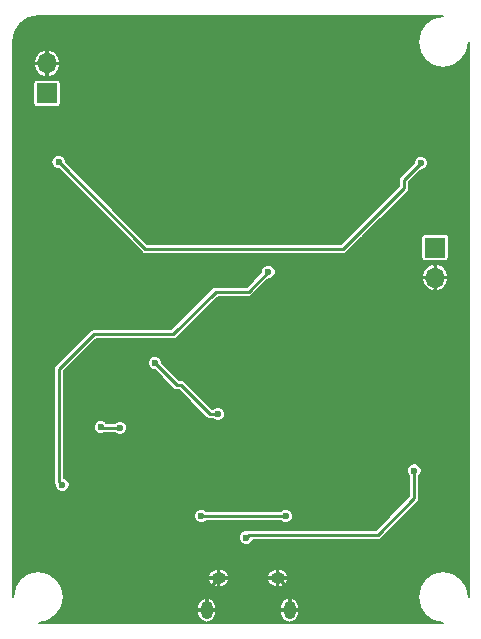
<source format=gbr>
G04 #@! TF.FileFunction,Copper,L2,Bot,Signal*
%FSLAX46Y46*%
G04 Gerber Fmt 4.6, Leading zero omitted, Abs format (unit mm)*
G04 Created by KiCad (PCBNEW 4.0.4-stable) date 10/14/18 22:48:43*
%MOMM*%
%LPD*%
G01*
G04 APERTURE LIST*
%ADD10C,0.100000*%
%ADD11O,1.250000X0.950000*%
%ADD12O,1.000000X1.550000*%
%ADD13R,1.700000X1.700000*%
%ADD14O,1.700000X1.700000*%
%ADD15C,0.600000*%
%ADD16C,0.250000*%
%ADD17C,0.200000*%
G04 APERTURE END LIST*
D10*
D11*
X133390000Y-88566000D03*
X138390000Y-88566000D03*
D12*
X132390000Y-91266000D03*
X139390000Y-91266000D03*
D13*
X151714200Y-60579000D03*
D14*
X151714200Y-63119000D03*
D13*
X118849140Y-47525940D03*
D14*
X118849140Y-44985940D03*
D15*
X139049760Y-83332320D03*
X131902200Y-83314540D03*
X119828000Y-53340000D03*
X150495000Y-53416200D03*
X125698000Y-83058000D03*
X149961600Y-79461360D03*
X135732520Y-85130640D03*
X125028960Y-75849480D03*
X123390660Y-75803760D03*
X120159780Y-80665320D03*
X137604500Y-62641480D03*
X127984000Y-70358000D03*
X133334760Y-74691240D03*
D16*
X131919980Y-83332320D02*
X139049760Y-83332320D01*
X131902200Y-83314540D02*
X131919980Y-83332320D01*
X149085300Y-54825900D02*
X150495000Y-53416200D01*
X149085300Y-55549800D02*
X149085300Y-54825900D01*
X143941800Y-60693300D02*
X149085300Y-55549800D01*
X127181300Y-60693300D02*
X143941800Y-60693300D01*
X127181300Y-60693300D02*
X119828000Y-53340000D01*
X132390000Y-89623900D02*
X132263900Y-89623900D01*
X132263900Y-89623900D02*
X125698000Y-83058000D01*
X132390000Y-91266000D02*
X132390000Y-89623900D01*
X132390000Y-89623900D02*
X132390000Y-89566000D01*
X132390000Y-89566000D02*
X133390000Y-88566000D01*
X132390000Y-91266000D02*
X139390000Y-91266000D01*
X139390000Y-91266000D02*
X139390000Y-89566000D01*
X139390000Y-89566000D02*
X138390000Y-88566000D01*
X149961600Y-81823560D02*
X149961600Y-79461360D01*
X146867880Y-84917280D02*
X149961600Y-81823560D01*
X135945880Y-84917280D02*
X146867880Y-84917280D01*
X135732520Y-85130640D02*
X135945880Y-84917280D01*
X123436380Y-75849480D02*
X125028960Y-75849480D01*
X123390660Y-75803760D02*
X123436380Y-75849480D01*
X119862600Y-80368140D02*
X120159780Y-80665320D01*
X119862600Y-70896480D02*
X119862600Y-80368140D01*
X122834400Y-67924680D02*
X119862600Y-70896480D01*
X129527300Y-67924680D02*
X122834400Y-67924680D01*
X133134100Y-64317880D02*
X129527300Y-67924680D01*
X135928100Y-64317880D02*
X133134100Y-64317880D01*
X137604500Y-62641480D02*
X135928100Y-64317880D01*
X132641340Y-74691240D02*
X133334760Y-74691240D01*
X130168900Y-72218800D02*
X132641340Y-74691240D01*
X129844800Y-72218800D02*
X130168900Y-72218800D01*
X129844800Y-72218800D02*
X127984000Y-70358000D01*
D17*
G36*
X152366324Y-41015648D02*
X151569175Y-41174210D01*
X150864835Y-41644835D01*
X150394210Y-42349175D01*
X150228949Y-43180000D01*
X150394210Y-44010825D01*
X150864835Y-44715165D01*
X151569175Y-45185790D01*
X152400000Y-45351051D01*
X153230825Y-45185790D01*
X153935165Y-44715165D01*
X154405790Y-44010825D01*
X154564352Y-43213676D01*
X154565000Y-43216932D01*
X154565000Y-90133068D01*
X154564352Y-90136324D01*
X154405790Y-89339175D01*
X153935165Y-88634835D01*
X153230825Y-88164210D01*
X152400000Y-87998949D01*
X151569175Y-88164210D01*
X150864835Y-88634835D01*
X150394210Y-89339175D01*
X150228949Y-90170000D01*
X150394210Y-91000825D01*
X150864835Y-91705165D01*
X151569175Y-92175790D01*
X152366324Y-92334352D01*
X152363068Y-92335000D01*
X139440002Y-92335000D01*
X139440002Y-92264275D01*
X139564287Y-92321784D01*
X139649953Y-92299238D01*
X139920330Y-92142041D01*
X140109969Y-91893341D01*
X140190000Y-91591000D01*
X140190000Y-91316000D01*
X139440000Y-91316000D01*
X139440000Y-91336000D01*
X139340000Y-91336000D01*
X139340000Y-91316000D01*
X138590000Y-91316000D01*
X138590000Y-91591000D01*
X138670031Y-91893341D01*
X138859670Y-92142041D01*
X139130047Y-92299238D01*
X139215713Y-92321784D01*
X139339998Y-92264275D01*
X139339998Y-92335000D01*
X132440002Y-92335000D01*
X132440002Y-92264275D01*
X132564287Y-92321784D01*
X132649953Y-92299238D01*
X132920330Y-92142041D01*
X133109969Y-91893341D01*
X133190000Y-91591000D01*
X133190000Y-91316000D01*
X132440000Y-91316000D01*
X132440000Y-91336000D01*
X132340000Y-91336000D01*
X132340000Y-91316000D01*
X131590000Y-91316000D01*
X131590000Y-91591000D01*
X131670031Y-91893341D01*
X131859670Y-92142041D01*
X132130047Y-92299238D01*
X132215713Y-92321784D01*
X132339998Y-92264275D01*
X132339998Y-92335000D01*
X118146932Y-92335000D01*
X118143676Y-92334352D01*
X118940825Y-92175790D01*
X119645165Y-91705165D01*
X120115790Y-91000825D01*
X120127689Y-90941000D01*
X131590000Y-90941000D01*
X131590000Y-91216000D01*
X132340000Y-91216000D01*
X132340000Y-90267726D01*
X132440000Y-90267726D01*
X132440000Y-91216000D01*
X133190000Y-91216000D01*
X133190000Y-90941000D01*
X138590000Y-90941000D01*
X138590000Y-91216000D01*
X139340000Y-91216000D01*
X139340000Y-90267726D01*
X139440000Y-90267726D01*
X139440000Y-91216000D01*
X140190000Y-91216000D01*
X140190000Y-90941000D01*
X140109969Y-90638659D01*
X139920330Y-90389959D01*
X139649953Y-90232762D01*
X139564287Y-90210216D01*
X139440000Y-90267726D01*
X139340000Y-90267726D01*
X139215713Y-90210216D01*
X139130047Y-90232762D01*
X138859670Y-90389959D01*
X138670031Y-90638659D01*
X138590000Y-90941000D01*
X133190000Y-90941000D01*
X133109969Y-90638659D01*
X132920330Y-90389959D01*
X132649953Y-90232762D01*
X132564287Y-90210216D01*
X132440000Y-90267726D01*
X132340000Y-90267726D01*
X132215713Y-90210216D01*
X132130047Y-90232762D01*
X131859670Y-90389959D01*
X131670031Y-90638659D01*
X131590000Y-90941000D01*
X120127689Y-90941000D01*
X120281051Y-90170000D01*
X120115790Y-89339175D01*
X119713008Y-88736368D01*
X132483958Y-88736368D01*
X132504859Y-88816385D01*
X132656637Y-89078652D01*
X132897226Y-89262872D01*
X133190000Y-89341000D01*
X133340000Y-89341000D01*
X133340000Y-88616000D01*
X133440000Y-88616000D01*
X133440000Y-89341000D01*
X133590000Y-89341000D01*
X133882774Y-89262872D01*
X134123363Y-89078652D01*
X134275141Y-88816385D01*
X134296042Y-88736368D01*
X137483958Y-88736368D01*
X137504859Y-88816385D01*
X137656637Y-89078652D01*
X137897226Y-89262872D01*
X138190000Y-89341000D01*
X138340000Y-89341000D01*
X138340000Y-88616000D01*
X138440000Y-88616000D01*
X138440000Y-89341000D01*
X138590000Y-89341000D01*
X138882774Y-89262872D01*
X139123363Y-89078652D01*
X139275141Y-88816385D01*
X139296042Y-88736368D01*
X139238212Y-88616000D01*
X138440000Y-88616000D01*
X138340000Y-88616000D01*
X137541788Y-88616000D01*
X137483958Y-88736368D01*
X134296042Y-88736368D01*
X134238212Y-88616000D01*
X133440000Y-88616000D01*
X133340000Y-88616000D01*
X132541788Y-88616000D01*
X132483958Y-88736368D01*
X119713008Y-88736368D01*
X119645165Y-88634835D01*
X119287173Y-88395632D01*
X132483958Y-88395632D01*
X132541788Y-88516000D01*
X133340000Y-88516000D01*
X133340000Y-87791000D01*
X133440000Y-87791000D01*
X133440000Y-88516000D01*
X134238212Y-88516000D01*
X134296042Y-88395632D01*
X137483958Y-88395632D01*
X137541788Y-88516000D01*
X138340000Y-88516000D01*
X138340000Y-87791000D01*
X138440000Y-87791000D01*
X138440000Y-88516000D01*
X139238212Y-88516000D01*
X139296042Y-88395632D01*
X139275141Y-88315615D01*
X139123363Y-88053348D01*
X138882774Y-87869128D01*
X138590000Y-87791000D01*
X138440000Y-87791000D01*
X138340000Y-87791000D01*
X138190000Y-87791000D01*
X137897226Y-87869128D01*
X137656637Y-88053348D01*
X137504859Y-88315615D01*
X137483958Y-88395632D01*
X134296042Y-88395632D01*
X134275141Y-88315615D01*
X134123363Y-88053348D01*
X133882774Y-87869128D01*
X133590000Y-87791000D01*
X133440000Y-87791000D01*
X133340000Y-87791000D01*
X133190000Y-87791000D01*
X132897226Y-87869128D01*
X132656637Y-88053348D01*
X132504859Y-88315615D01*
X132483958Y-88395632D01*
X119287173Y-88395632D01*
X118940825Y-88164210D01*
X118110000Y-87998949D01*
X117279175Y-88164210D01*
X116574835Y-88634835D01*
X116104210Y-89339175D01*
X115945648Y-90136324D01*
X115945000Y-90133068D01*
X115945000Y-85249464D01*
X135132416Y-85249464D01*
X135223568Y-85470069D01*
X135392203Y-85638999D01*
X135612649Y-85730536D01*
X135851344Y-85730744D01*
X136071949Y-85639592D01*
X136240879Y-85470957D01*
X136294310Y-85342280D01*
X146867880Y-85342280D01*
X147003537Y-85315296D01*
X147030521Y-85309929D01*
X147168400Y-85217800D01*
X150262121Y-82124080D01*
X150354249Y-81986201D01*
X150386600Y-81823560D01*
X150386600Y-79884890D01*
X150469959Y-79801677D01*
X150561496Y-79581231D01*
X150561704Y-79342536D01*
X150470552Y-79121931D01*
X150301917Y-78953001D01*
X150081471Y-78861464D01*
X149842776Y-78861256D01*
X149622171Y-78952408D01*
X149453241Y-79121043D01*
X149361704Y-79341489D01*
X149361496Y-79580184D01*
X149452648Y-79800789D01*
X149536600Y-79884888D01*
X149536600Y-81647519D01*
X146691840Y-84492280D01*
X135945880Y-84492280D01*
X135783239Y-84524631D01*
X135774192Y-84530676D01*
X135613696Y-84530536D01*
X135393091Y-84621688D01*
X135224161Y-84790323D01*
X135132624Y-85010769D01*
X135132416Y-85249464D01*
X115945000Y-85249464D01*
X115945000Y-83433364D01*
X131302096Y-83433364D01*
X131393248Y-83653969D01*
X131561883Y-83822899D01*
X131782329Y-83914436D01*
X132021024Y-83914644D01*
X132241629Y-83823492D01*
X132307917Y-83757320D01*
X138626230Y-83757320D01*
X138709443Y-83840679D01*
X138929889Y-83932216D01*
X139168584Y-83932424D01*
X139389189Y-83841272D01*
X139558119Y-83672637D01*
X139649656Y-83452191D01*
X139649864Y-83213496D01*
X139558712Y-82992891D01*
X139390077Y-82823961D01*
X139169631Y-82732424D01*
X138930936Y-82732216D01*
X138710331Y-82823368D01*
X138626232Y-82907320D01*
X132343479Y-82907320D01*
X132242517Y-82806181D01*
X132022071Y-82714644D01*
X131783376Y-82714436D01*
X131562771Y-82805588D01*
X131393841Y-82974223D01*
X131302304Y-83194669D01*
X131302096Y-83433364D01*
X115945000Y-83433364D01*
X115945000Y-70896480D01*
X119437600Y-70896480D01*
X119437600Y-80368140D01*
X119464361Y-80502679D01*
X119469951Y-80530781D01*
X119559780Y-80665217D01*
X119559676Y-80784144D01*
X119650828Y-81004749D01*
X119819463Y-81173679D01*
X120039909Y-81265216D01*
X120278604Y-81265424D01*
X120499209Y-81174272D01*
X120668139Y-81005637D01*
X120759676Y-80785191D01*
X120759884Y-80546496D01*
X120668732Y-80325891D01*
X120500097Y-80156961D01*
X120287600Y-80068725D01*
X120287600Y-75922584D01*
X122790556Y-75922584D01*
X122881708Y-76143189D01*
X123050343Y-76312119D01*
X123270789Y-76403656D01*
X123509484Y-76403864D01*
X123730089Y-76312712D01*
X123768388Y-76274480D01*
X124605430Y-76274480D01*
X124688643Y-76357839D01*
X124909089Y-76449376D01*
X125147784Y-76449584D01*
X125368389Y-76358432D01*
X125537319Y-76189797D01*
X125628856Y-75969351D01*
X125629064Y-75730656D01*
X125537912Y-75510051D01*
X125369277Y-75341121D01*
X125148831Y-75249584D01*
X124910136Y-75249376D01*
X124689531Y-75340528D01*
X124605432Y-75424480D01*
X123859831Y-75424480D01*
X123730977Y-75295401D01*
X123510531Y-75203864D01*
X123271836Y-75203656D01*
X123051231Y-75294808D01*
X122882301Y-75463443D01*
X122790764Y-75683889D01*
X122790556Y-75922584D01*
X120287600Y-75922584D01*
X120287600Y-71072520D01*
X120883296Y-70476824D01*
X127383896Y-70476824D01*
X127475048Y-70697429D01*
X127643683Y-70866359D01*
X127864129Y-70957896D01*
X127982959Y-70958000D01*
X129544280Y-72519321D01*
X129682159Y-72611449D01*
X129844800Y-72643800D01*
X129992860Y-72643800D01*
X132340819Y-74991760D01*
X132399051Y-75030669D01*
X132478700Y-75083889D01*
X132641340Y-75116240D01*
X132911230Y-75116240D01*
X132994443Y-75199599D01*
X133214889Y-75291136D01*
X133453584Y-75291344D01*
X133674189Y-75200192D01*
X133843119Y-75031557D01*
X133934656Y-74811111D01*
X133934864Y-74572416D01*
X133843712Y-74351811D01*
X133675077Y-74182881D01*
X133454631Y-74091344D01*
X133215936Y-74091136D01*
X132995331Y-74182288D01*
X132911232Y-74266240D01*
X132817381Y-74266240D01*
X130469420Y-71918280D01*
X130331541Y-71826151D01*
X130304557Y-71820784D01*
X130168900Y-71793800D01*
X130020841Y-71793800D01*
X128584001Y-70356961D01*
X128584104Y-70239176D01*
X128492952Y-70018571D01*
X128324317Y-69849641D01*
X128103871Y-69758104D01*
X127865176Y-69757896D01*
X127644571Y-69849048D01*
X127475641Y-70017683D01*
X127384104Y-70238129D01*
X127383896Y-70476824D01*
X120883296Y-70476824D01*
X123010440Y-68349680D01*
X129527300Y-68349680D01*
X129662957Y-68322696D01*
X129689941Y-68317329D01*
X129827820Y-68225200D01*
X133310141Y-64742880D01*
X135928100Y-64742880D01*
X136063757Y-64715896D01*
X136090741Y-64710529D01*
X136228620Y-64618400D01*
X137498906Y-63348114D01*
X150587254Y-63348114D01*
X150755317Y-63753866D01*
X151071260Y-64072488D01*
X151485085Y-64245950D01*
X151664200Y-64192917D01*
X151664200Y-63169000D01*
X151764200Y-63169000D01*
X151764200Y-64192917D01*
X151943315Y-64245950D01*
X152357140Y-64072488D01*
X152673083Y-63753866D01*
X152841146Y-63348114D01*
X152788037Y-63169000D01*
X151764200Y-63169000D01*
X151664200Y-63169000D01*
X150640363Y-63169000D01*
X150587254Y-63348114D01*
X137498906Y-63348114D01*
X137605539Y-63241481D01*
X137723324Y-63241584D01*
X137943929Y-63150432D01*
X138112859Y-62981797D01*
X138151023Y-62889886D01*
X150587254Y-62889886D01*
X150640363Y-63069000D01*
X151664200Y-63069000D01*
X151664200Y-62045083D01*
X151764200Y-62045083D01*
X151764200Y-63069000D01*
X152788037Y-63069000D01*
X152841146Y-62889886D01*
X152673083Y-62484134D01*
X152357140Y-62165512D01*
X151943315Y-61992050D01*
X151764200Y-62045083D01*
X151664200Y-62045083D01*
X151485085Y-61992050D01*
X151071260Y-62165512D01*
X150755317Y-62484134D01*
X150587254Y-62889886D01*
X138151023Y-62889886D01*
X138204396Y-62761351D01*
X138204604Y-62522656D01*
X138113452Y-62302051D01*
X137944817Y-62133121D01*
X137724371Y-62041584D01*
X137485676Y-62041376D01*
X137265071Y-62132528D01*
X137096141Y-62301163D01*
X137004604Y-62521609D01*
X137004500Y-62640439D01*
X135752060Y-63892880D01*
X133134100Y-63892880D01*
X132971460Y-63925231D01*
X132971458Y-63925232D01*
X132971459Y-63925232D01*
X132833579Y-64017360D01*
X129351260Y-67499680D01*
X122834400Y-67499680D01*
X122671759Y-67532031D01*
X122533880Y-67624160D01*
X119562080Y-70595960D01*
X119469951Y-70733839D01*
X119469951Y-70733840D01*
X119437600Y-70896480D01*
X115945000Y-70896480D01*
X115945000Y-53458824D01*
X119227896Y-53458824D01*
X119319048Y-53679429D01*
X119487683Y-53848359D01*
X119708129Y-53939896D01*
X119826960Y-53940000D01*
X126880780Y-60993821D01*
X127018659Y-61085949D01*
X127181300Y-61118300D01*
X143941800Y-61118300D01*
X144077457Y-61091316D01*
X144104441Y-61085949D01*
X144242320Y-60993820D01*
X145507140Y-59729000D01*
X150558323Y-59729000D01*
X150558323Y-61429000D01*
X150579242Y-61540173D01*
X150644945Y-61642279D01*
X150745197Y-61710778D01*
X150864200Y-61734877D01*
X152564200Y-61734877D01*
X152675373Y-61713958D01*
X152777479Y-61648255D01*
X152845978Y-61548003D01*
X152870077Y-61429000D01*
X152870077Y-59729000D01*
X152849158Y-59617827D01*
X152783455Y-59515721D01*
X152683203Y-59447222D01*
X152564200Y-59423123D01*
X150864200Y-59423123D01*
X150753027Y-59444042D01*
X150650921Y-59509745D01*
X150582422Y-59609997D01*
X150558323Y-59729000D01*
X145507140Y-59729000D01*
X149385820Y-55850321D01*
X149477948Y-55712441D01*
X149477949Y-55712440D01*
X149510300Y-55549800D01*
X149510300Y-55001940D01*
X150496039Y-54016201D01*
X150613824Y-54016304D01*
X150834429Y-53925152D01*
X151003359Y-53756517D01*
X151094896Y-53536071D01*
X151095104Y-53297376D01*
X151003952Y-53076771D01*
X150835317Y-52907841D01*
X150614871Y-52816304D01*
X150376176Y-52816096D01*
X150155571Y-52907248D01*
X149986641Y-53075883D01*
X149895104Y-53296329D01*
X149895000Y-53415160D01*
X148784780Y-54525380D01*
X148692651Y-54663259D01*
X148692651Y-54663260D01*
X148660300Y-54825900D01*
X148660300Y-55373759D01*
X143765760Y-60268300D01*
X127357341Y-60268300D01*
X120428001Y-53338961D01*
X120428104Y-53221176D01*
X120336952Y-53000571D01*
X120168317Y-52831641D01*
X119947871Y-52740104D01*
X119709176Y-52739896D01*
X119488571Y-52831048D01*
X119319641Y-52999683D01*
X119228104Y-53220129D01*
X119227896Y-53458824D01*
X115945000Y-53458824D01*
X115945000Y-46675940D01*
X117693263Y-46675940D01*
X117693263Y-48375940D01*
X117714182Y-48487113D01*
X117779885Y-48589219D01*
X117880137Y-48657718D01*
X117999140Y-48681817D01*
X119699140Y-48681817D01*
X119810313Y-48660898D01*
X119912419Y-48595195D01*
X119980918Y-48494943D01*
X120005017Y-48375940D01*
X120005017Y-46675940D01*
X119984098Y-46564767D01*
X119918395Y-46462661D01*
X119818143Y-46394162D01*
X119699140Y-46370063D01*
X117999140Y-46370063D01*
X117887967Y-46390982D01*
X117785861Y-46456685D01*
X117717362Y-46556937D01*
X117693263Y-46675940D01*
X115945000Y-46675940D01*
X115945000Y-45215054D01*
X117722194Y-45215054D01*
X117890257Y-45620806D01*
X118206200Y-45939428D01*
X118620025Y-46112890D01*
X118799140Y-46059857D01*
X118799140Y-45035940D01*
X118899140Y-45035940D01*
X118899140Y-46059857D01*
X119078255Y-46112890D01*
X119492080Y-45939428D01*
X119808023Y-45620806D01*
X119976086Y-45215054D01*
X119922977Y-45035940D01*
X118899140Y-45035940D01*
X118799140Y-45035940D01*
X117775303Y-45035940D01*
X117722194Y-45215054D01*
X115945000Y-45215054D01*
X115945000Y-44756826D01*
X117722194Y-44756826D01*
X117775303Y-44935940D01*
X118799140Y-44935940D01*
X118799140Y-43912023D01*
X118899140Y-43912023D01*
X118899140Y-44935940D01*
X119922977Y-44935940D01*
X119976086Y-44756826D01*
X119808023Y-44351074D01*
X119492080Y-44032452D01*
X119078255Y-43858990D01*
X118899140Y-43912023D01*
X118799140Y-43912023D01*
X118620025Y-43858990D01*
X118206200Y-44032452D01*
X117890257Y-44351074D01*
X117722194Y-44756826D01*
X115945000Y-44756826D01*
X115945000Y-43216932D01*
X116116588Y-42354303D01*
X116584309Y-41654309D01*
X117284303Y-41186588D01*
X118146932Y-41015000D01*
X152363068Y-41015000D01*
X152366324Y-41015648D01*
X152366324Y-41015648D01*
G37*
X152366324Y-41015648D02*
X151569175Y-41174210D01*
X150864835Y-41644835D01*
X150394210Y-42349175D01*
X150228949Y-43180000D01*
X150394210Y-44010825D01*
X150864835Y-44715165D01*
X151569175Y-45185790D01*
X152400000Y-45351051D01*
X153230825Y-45185790D01*
X153935165Y-44715165D01*
X154405790Y-44010825D01*
X154564352Y-43213676D01*
X154565000Y-43216932D01*
X154565000Y-90133068D01*
X154564352Y-90136324D01*
X154405790Y-89339175D01*
X153935165Y-88634835D01*
X153230825Y-88164210D01*
X152400000Y-87998949D01*
X151569175Y-88164210D01*
X150864835Y-88634835D01*
X150394210Y-89339175D01*
X150228949Y-90170000D01*
X150394210Y-91000825D01*
X150864835Y-91705165D01*
X151569175Y-92175790D01*
X152366324Y-92334352D01*
X152363068Y-92335000D01*
X139440002Y-92335000D01*
X139440002Y-92264275D01*
X139564287Y-92321784D01*
X139649953Y-92299238D01*
X139920330Y-92142041D01*
X140109969Y-91893341D01*
X140190000Y-91591000D01*
X140190000Y-91316000D01*
X139440000Y-91316000D01*
X139440000Y-91336000D01*
X139340000Y-91336000D01*
X139340000Y-91316000D01*
X138590000Y-91316000D01*
X138590000Y-91591000D01*
X138670031Y-91893341D01*
X138859670Y-92142041D01*
X139130047Y-92299238D01*
X139215713Y-92321784D01*
X139339998Y-92264275D01*
X139339998Y-92335000D01*
X132440002Y-92335000D01*
X132440002Y-92264275D01*
X132564287Y-92321784D01*
X132649953Y-92299238D01*
X132920330Y-92142041D01*
X133109969Y-91893341D01*
X133190000Y-91591000D01*
X133190000Y-91316000D01*
X132440000Y-91316000D01*
X132440000Y-91336000D01*
X132340000Y-91336000D01*
X132340000Y-91316000D01*
X131590000Y-91316000D01*
X131590000Y-91591000D01*
X131670031Y-91893341D01*
X131859670Y-92142041D01*
X132130047Y-92299238D01*
X132215713Y-92321784D01*
X132339998Y-92264275D01*
X132339998Y-92335000D01*
X118146932Y-92335000D01*
X118143676Y-92334352D01*
X118940825Y-92175790D01*
X119645165Y-91705165D01*
X120115790Y-91000825D01*
X120127689Y-90941000D01*
X131590000Y-90941000D01*
X131590000Y-91216000D01*
X132340000Y-91216000D01*
X132340000Y-90267726D01*
X132440000Y-90267726D01*
X132440000Y-91216000D01*
X133190000Y-91216000D01*
X133190000Y-90941000D01*
X138590000Y-90941000D01*
X138590000Y-91216000D01*
X139340000Y-91216000D01*
X139340000Y-90267726D01*
X139440000Y-90267726D01*
X139440000Y-91216000D01*
X140190000Y-91216000D01*
X140190000Y-90941000D01*
X140109969Y-90638659D01*
X139920330Y-90389959D01*
X139649953Y-90232762D01*
X139564287Y-90210216D01*
X139440000Y-90267726D01*
X139340000Y-90267726D01*
X139215713Y-90210216D01*
X139130047Y-90232762D01*
X138859670Y-90389959D01*
X138670031Y-90638659D01*
X138590000Y-90941000D01*
X133190000Y-90941000D01*
X133109969Y-90638659D01*
X132920330Y-90389959D01*
X132649953Y-90232762D01*
X132564287Y-90210216D01*
X132440000Y-90267726D01*
X132340000Y-90267726D01*
X132215713Y-90210216D01*
X132130047Y-90232762D01*
X131859670Y-90389959D01*
X131670031Y-90638659D01*
X131590000Y-90941000D01*
X120127689Y-90941000D01*
X120281051Y-90170000D01*
X120115790Y-89339175D01*
X119713008Y-88736368D01*
X132483958Y-88736368D01*
X132504859Y-88816385D01*
X132656637Y-89078652D01*
X132897226Y-89262872D01*
X133190000Y-89341000D01*
X133340000Y-89341000D01*
X133340000Y-88616000D01*
X133440000Y-88616000D01*
X133440000Y-89341000D01*
X133590000Y-89341000D01*
X133882774Y-89262872D01*
X134123363Y-89078652D01*
X134275141Y-88816385D01*
X134296042Y-88736368D01*
X137483958Y-88736368D01*
X137504859Y-88816385D01*
X137656637Y-89078652D01*
X137897226Y-89262872D01*
X138190000Y-89341000D01*
X138340000Y-89341000D01*
X138340000Y-88616000D01*
X138440000Y-88616000D01*
X138440000Y-89341000D01*
X138590000Y-89341000D01*
X138882774Y-89262872D01*
X139123363Y-89078652D01*
X139275141Y-88816385D01*
X139296042Y-88736368D01*
X139238212Y-88616000D01*
X138440000Y-88616000D01*
X138340000Y-88616000D01*
X137541788Y-88616000D01*
X137483958Y-88736368D01*
X134296042Y-88736368D01*
X134238212Y-88616000D01*
X133440000Y-88616000D01*
X133340000Y-88616000D01*
X132541788Y-88616000D01*
X132483958Y-88736368D01*
X119713008Y-88736368D01*
X119645165Y-88634835D01*
X119287173Y-88395632D01*
X132483958Y-88395632D01*
X132541788Y-88516000D01*
X133340000Y-88516000D01*
X133340000Y-87791000D01*
X133440000Y-87791000D01*
X133440000Y-88516000D01*
X134238212Y-88516000D01*
X134296042Y-88395632D01*
X137483958Y-88395632D01*
X137541788Y-88516000D01*
X138340000Y-88516000D01*
X138340000Y-87791000D01*
X138440000Y-87791000D01*
X138440000Y-88516000D01*
X139238212Y-88516000D01*
X139296042Y-88395632D01*
X139275141Y-88315615D01*
X139123363Y-88053348D01*
X138882774Y-87869128D01*
X138590000Y-87791000D01*
X138440000Y-87791000D01*
X138340000Y-87791000D01*
X138190000Y-87791000D01*
X137897226Y-87869128D01*
X137656637Y-88053348D01*
X137504859Y-88315615D01*
X137483958Y-88395632D01*
X134296042Y-88395632D01*
X134275141Y-88315615D01*
X134123363Y-88053348D01*
X133882774Y-87869128D01*
X133590000Y-87791000D01*
X133440000Y-87791000D01*
X133340000Y-87791000D01*
X133190000Y-87791000D01*
X132897226Y-87869128D01*
X132656637Y-88053348D01*
X132504859Y-88315615D01*
X132483958Y-88395632D01*
X119287173Y-88395632D01*
X118940825Y-88164210D01*
X118110000Y-87998949D01*
X117279175Y-88164210D01*
X116574835Y-88634835D01*
X116104210Y-89339175D01*
X115945648Y-90136324D01*
X115945000Y-90133068D01*
X115945000Y-85249464D01*
X135132416Y-85249464D01*
X135223568Y-85470069D01*
X135392203Y-85638999D01*
X135612649Y-85730536D01*
X135851344Y-85730744D01*
X136071949Y-85639592D01*
X136240879Y-85470957D01*
X136294310Y-85342280D01*
X146867880Y-85342280D01*
X147003537Y-85315296D01*
X147030521Y-85309929D01*
X147168400Y-85217800D01*
X150262121Y-82124080D01*
X150354249Y-81986201D01*
X150386600Y-81823560D01*
X150386600Y-79884890D01*
X150469959Y-79801677D01*
X150561496Y-79581231D01*
X150561704Y-79342536D01*
X150470552Y-79121931D01*
X150301917Y-78953001D01*
X150081471Y-78861464D01*
X149842776Y-78861256D01*
X149622171Y-78952408D01*
X149453241Y-79121043D01*
X149361704Y-79341489D01*
X149361496Y-79580184D01*
X149452648Y-79800789D01*
X149536600Y-79884888D01*
X149536600Y-81647519D01*
X146691840Y-84492280D01*
X135945880Y-84492280D01*
X135783239Y-84524631D01*
X135774192Y-84530676D01*
X135613696Y-84530536D01*
X135393091Y-84621688D01*
X135224161Y-84790323D01*
X135132624Y-85010769D01*
X135132416Y-85249464D01*
X115945000Y-85249464D01*
X115945000Y-83433364D01*
X131302096Y-83433364D01*
X131393248Y-83653969D01*
X131561883Y-83822899D01*
X131782329Y-83914436D01*
X132021024Y-83914644D01*
X132241629Y-83823492D01*
X132307917Y-83757320D01*
X138626230Y-83757320D01*
X138709443Y-83840679D01*
X138929889Y-83932216D01*
X139168584Y-83932424D01*
X139389189Y-83841272D01*
X139558119Y-83672637D01*
X139649656Y-83452191D01*
X139649864Y-83213496D01*
X139558712Y-82992891D01*
X139390077Y-82823961D01*
X139169631Y-82732424D01*
X138930936Y-82732216D01*
X138710331Y-82823368D01*
X138626232Y-82907320D01*
X132343479Y-82907320D01*
X132242517Y-82806181D01*
X132022071Y-82714644D01*
X131783376Y-82714436D01*
X131562771Y-82805588D01*
X131393841Y-82974223D01*
X131302304Y-83194669D01*
X131302096Y-83433364D01*
X115945000Y-83433364D01*
X115945000Y-70896480D01*
X119437600Y-70896480D01*
X119437600Y-80368140D01*
X119464361Y-80502679D01*
X119469951Y-80530781D01*
X119559780Y-80665217D01*
X119559676Y-80784144D01*
X119650828Y-81004749D01*
X119819463Y-81173679D01*
X120039909Y-81265216D01*
X120278604Y-81265424D01*
X120499209Y-81174272D01*
X120668139Y-81005637D01*
X120759676Y-80785191D01*
X120759884Y-80546496D01*
X120668732Y-80325891D01*
X120500097Y-80156961D01*
X120287600Y-80068725D01*
X120287600Y-75922584D01*
X122790556Y-75922584D01*
X122881708Y-76143189D01*
X123050343Y-76312119D01*
X123270789Y-76403656D01*
X123509484Y-76403864D01*
X123730089Y-76312712D01*
X123768388Y-76274480D01*
X124605430Y-76274480D01*
X124688643Y-76357839D01*
X124909089Y-76449376D01*
X125147784Y-76449584D01*
X125368389Y-76358432D01*
X125537319Y-76189797D01*
X125628856Y-75969351D01*
X125629064Y-75730656D01*
X125537912Y-75510051D01*
X125369277Y-75341121D01*
X125148831Y-75249584D01*
X124910136Y-75249376D01*
X124689531Y-75340528D01*
X124605432Y-75424480D01*
X123859831Y-75424480D01*
X123730977Y-75295401D01*
X123510531Y-75203864D01*
X123271836Y-75203656D01*
X123051231Y-75294808D01*
X122882301Y-75463443D01*
X122790764Y-75683889D01*
X122790556Y-75922584D01*
X120287600Y-75922584D01*
X120287600Y-71072520D01*
X120883296Y-70476824D01*
X127383896Y-70476824D01*
X127475048Y-70697429D01*
X127643683Y-70866359D01*
X127864129Y-70957896D01*
X127982959Y-70958000D01*
X129544280Y-72519321D01*
X129682159Y-72611449D01*
X129844800Y-72643800D01*
X129992860Y-72643800D01*
X132340819Y-74991760D01*
X132399051Y-75030669D01*
X132478700Y-75083889D01*
X132641340Y-75116240D01*
X132911230Y-75116240D01*
X132994443Y-75199599D01*
X133214889Y-75291136D01*
X133453584Y-75291344D01*
X133674189Y-75200192D01*
X133843119Y-75031557D01*
X133934656Y-74811111D01*
X133934864Y-74572416D01*
X133843712Y-74351811D01*
X133675077Y-74182881D01*
X133454631Y-74091344D01*
X133215936Y-74091136D01*
X132995331Y-74182288D01*
X132911232Y-74266240D01*
X132817381Y-74266240D01*
X130469420Y-71918280D01*
X130331541Y-71826151D01*
X130304557Y-71820784D01*
X130168900Y-71793800D01*
X130020841Y-71793800D01*
X128584001Y-70356961D01*
X128584104Y-70239176D01*
X128492952Y-70018571D01*
X128324317Y-69849641D01*
X128103871Y-69758104D01*
X127865176Y-69757896D01*
X127644571Y-69849048D01*
X127475641Y-70017683D01*
X127384104Y-70238129D01*
X127383896Y-70476824D01*
X120883296Y-70476824D01*
X123010440Y-68349680D01*
X129527300Y-68349680D01*
X129662957Y-68322696D01*
X129689941Y-68317329D01*
X129827820Y-68225200D01*
X133310141Y-64742880D01*
X135928100Y-64742880D01*
X136063757Y-64715896D01*
X136090741Y-64710529D01*
X136228620Y-64618400D01*
X137498906Y-63348114D01*
X150587254Y-63348114D01*
X150755317Y-63753866D01*
X151071260Y-64072488D01*
X151485085Y-64245950D01*
X151664200Y-64192917D01*
X151664200Y-63169000D01*
X151764200Y-63169000D01*
X151764200Y-64192917D01*
X151943315Y-64245950D01*
X152357140Y-64072488D01*
X152673083Y-63753866D01*
X152841146Y-63348114D01*
X152788037Y-63169000D01*
X151764200Y-63169000D01*
X151664200Y-63169000D01*
X150640363Y-63169000D01*
X150587254Y-63348114D01*
X137498906Y-63348114D01*
X137605539Y-63241481D01*
X137723324Y-63241584D01*
X137943929Y-63150432D01*
X138112859Y-62981797D01*
X138151023Y-62889886D01*
X150587254Y-62889886D01*
X150640363Y-63069000D01*
X151664200Y-63069000D01*
X151664200Y-62045083D01*
X151764200Y-62045083D01*
X151764200Y-63069000D01*
X152788037Y-63069000D01*
X152841146Y-62889886D01*
X152673083Y-62484134D01*
X152357140Y-62165512D01*
X151943315Y-61992050D01*
X151764200Y-62045083D01*
X151664200Y-62045083D01*
X151485085Y-61992050D01*
X151071260Y-62165512D01*
X150755317Y-62484134D01*
X150587254Y-62889886D01*
X138151023Y-62889886D01*
X138204396Y-62761351D01*
X138204604Y-62522656D01*
X138113452Y-62302051D01*
X137944817Y-62133121D01*
X137724371Y-62041584D01*
X137485676Y-62041376D01*
X137265071Y-62132528D01*
X137096141Y-62301163D01*
X137004604Y-62521609D01*
X137004500Y-62640439D01*
X135752060Y-63892880D01*
X133134100Y-63892880D01*
X132971460Y-63925231D01*
X132971458Y-63925232D01*
X132971459Y-63925232D01*
X132833579Y-64017360D01*
X129351260Y-67499680D01*
X122834400Y-67499680D01*
X122671759Y-67532031D01*
X122533880Y-67624160D01*
X119562080Y-70595960D01*
X119469951Y-70733839D01*
X119469951Y-70733840D01*
X119437600Y-70896480D01*
X115945000Y-70896480D01*
X115945000Y-53458824D01*
X119227896Y-53458824D01*
X119319048Y-53679429D01*
X119487683Y-53848359D01*
X119708129Y-53939896D01*
X119826960Y-53940000D01*
X126880780Y-60993821D01*
X127018659Y-61085949D01*
X127181300Y-61118300D01*
X143941800Y-61118300D01*
X144077457Y-61091316D01*
X144104441Y-61085949D01*
X144242320Y-60993820D01*
X145507140Y-59729000D01*
X150558323Y-59729000D01*
X150558323Y-61429000D01*
X150579242Y-61540173D01*
X150644945Y-61642279D01*
X150745197Y-61710778D01*
X150864200Y-61734877D01*
X152564200Y-61734877D01*
X152675373Y-61713958D01*
X152777479Y-61648255D01*
X152845978Y-61548003D01*
X152870077Y-61429000D01*
X152870077Y-59729000D01*
X152849158Y-59617827D01*
X152783455Y-59515721D01*
X152683203Y-59447222D01*
X152564200Y-59423123D01*
X150864200Y-59423123D01*
X150753027Y-59444042D01*
X150650921Y-59509745D01*
X150582422Y-59609997D01*
X150558323Y-59729000D01*
X145507140Y-59729000D01*
X149385820Y-55850321D01*
X149477948Y-55712441D01*
X149477949Y-55712440D01*
X149510300Y-55549800D01*
X149510300Y-55001940D01*
X150496039Y-54016201D01*
X150613824Y-54016304D01*
X150834429Y-53925152D01*
X151003359Y-53756517D01*
X151094896Y-53536071D01*
X151095104Y-53297376D01*
X151003952Y-53076771D01*
X150835317Y-52907841D01*
X150614871Y-52816304D01*
X150376176Y-52816096D01*
X150155571Y-52907248D01*
X149986641Y-53075883D01*
X149895104Y-53296329D01*
X149895000Y-53415160D01*
X148784780Y-54525380D01*
X148692651Y-54663259D01*
X148692651Y-54663260D01*
X148660300Y-54825900D01*
X148660300Y-55373759D01*
X143765760Y-60268300D01*
X127357341Y-60268300D01*
X120428001Y-53338961D01*
X120428104Y-53221176D01*
X120336952Y-53000571D01*
X120168317Y-52831641D01*
X119947871Y-52740104D01*
X119709176Y-52739896D01*
X119488571Y-52831048D01*
X119319641Y-52999683D01*
X119228104Y-53220129D01*
X119227896Y-53458824D01*
X115945000Y-53458824D01*
X115945000Y-46675940D01*
X117693263Y-46675940D01*
X117693263Y-48375940D01*
X117714182Y-48487113D01*
X117779885Y-48589219D01*
X117880137Y-48657718D01*
X117999140Y-48681817D01*
X119699140Y-48681817D01*
X119810313Y-48660898D01*
X119912419Y-48595195D01*
X119980918Y-48494943D01*
X120005017Y-48375940D01*
X120005017Y-46675940D01*
X119984098Y-46564767D01*
X119918395Y-46462661D01*
X119818143Y-46394162D01*
X119699140Y-46370063D01*
X117999140Y-46370063D01*
X117887967Y-46390982D01*
X117785861Y-46456685D01*
X117717362Y-46556937D01*
X117693263Y-46675940D01*
X115945000Y-46675940D01*
X115945000Y-45215054D01*
X117722194Y-45215054D01*
X117890257Y-45620806D01*
X118206200Y-45939428D01*
X118620025Y-46112890D01*
X118799140Y-46059857D01*
X118799140Y-45035940D01*
X118899140Y-45035940D01*
X118899140Y-46059857D01*
X119078255Y-46112890D01*
X119492080Y-45939428D01*
X119808023Y-45620806D01*
X119976086Y-45215054D01*
X119922977Y-45035940D01*
X118899140Y-45035940D01*
X118799140Y-45035940D01*
X117775303Y-45035940D01*
X117722194Y-45215054D01*
X115945000Y-45215054D01*
X115945000Y-44756826D01*
X117722194Y-44756826D01*
X117775303Y-44935940D01*
X118799140Y-44935940D01*
X118799140Y-43912023D01*
X118899140Y-43912023D01*
X118899140Y-44935940D01*
X119922977Y-44935940D01*
X119976086Y-44756826D01*
X119808023Y-44351074D01*
X119492080Y-44032452D01*
X119078255Y-43858990D01*
X118899140Y-43912023D01*
X118799140Y-43912023D01*
X118620025Y-43858990D01*
X118206200Y-44032452D01*
X117890257Y-44351074D01*
X117722194Y-44756826D01*
X115945000Y-44756826D01*
X115945000Y-43216932D01*
X116116588Y-42354303D01*
X116584309Y-41654309D01*
X117284303Y-41186588D01*
X118146932Y-41015000D01*
X152363068Y-41015000D01*
X152366324Y-41015648D01*
M02*

</source>
